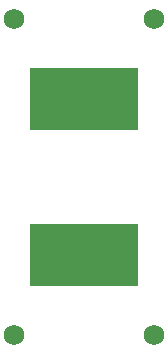
<source format=gbs>
G04*
G04 #@! TF.GenerationSoftware,Altium Limited,Altium Designer,24.10.1 (45)*
G04*
G04 Layer_Color=16711935*
%FSLAX44Y44*%
%MOMM*%
G71*
G04*
G04 #@! TF.SameCoordinates,79C6D601-A39B-46A2-8E03-E2448EDDA2BC*
G04*
G04*
G04 #@! TF.FilePolarity,Negative*
G04*
G01*
G75*
%ADD26R,2.2032X2.2032*%
%ADD27C,1.7272*%
%ADD34R,9.2540X5.2540*%
D26*
X-26050Y75000D02*
D03*
X-13350Y225000D02*
D03*
D27*
X59000Y284000D02*
D03*
X-59000D02*
D03*
X59000Y16000D02*
D03*
X-59000D02*
D03*
D34*
X0Y216000D02*
D03*
Y84000D02*
D03*
M02*

</source>
